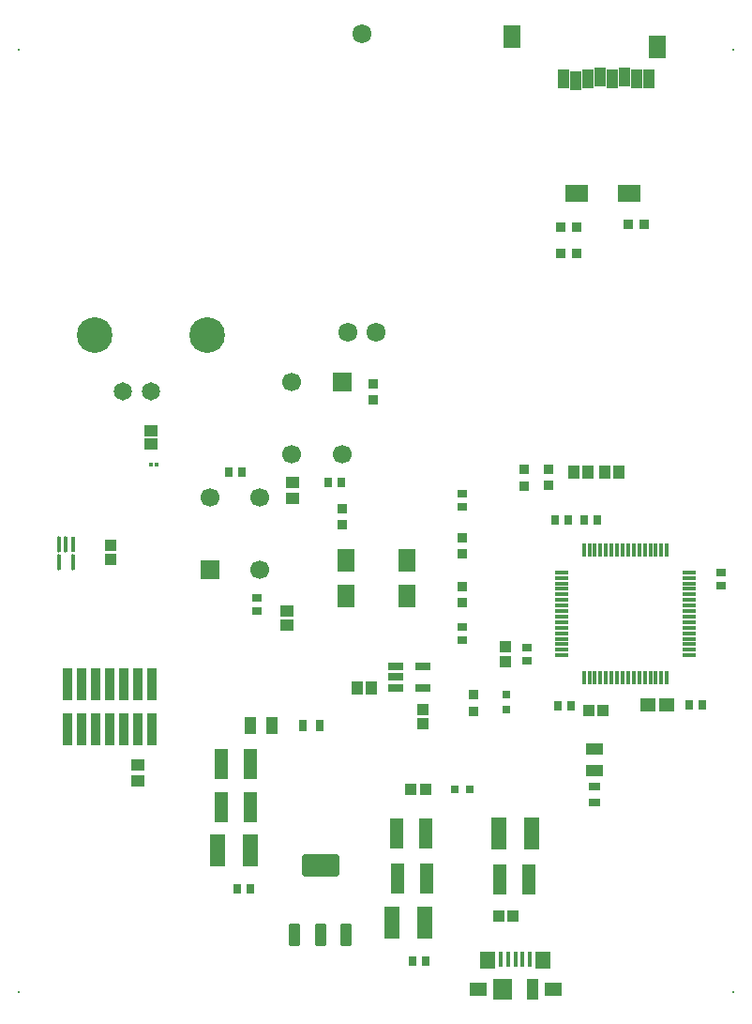
<source format=gts>
G04*
G04 #@! TF.GenerationSoftware,Altium Limited,Altium Designer,23.8.1 (32)*
G04*
G04 Layer_Color=8388736*
%FSLAX25Y25*%
%MOIN*%
G70*
G04*
G04 #@! TF.SameCoordinates,E8196DF9-6BE1-4897-A204-F033BB6E7C32*
G04*
G04*
G04 #@! TF.FilePolarity,Negative*
G04*
G01*
G75*
%ADD16R,0.01417X0.01260*%
%ADD21R,0.04724X0.01181*%
%ADD22R,0.01181X0.04724*%
%ADD23R,0.01181X0.04724*%
%ADD25R,0.03591X0.03772*%
%ADD27R,0.02953X0.03543*%
%ADD28R,0.03788X0.03681*%
%ADD29R,0.03772X0.03591*%
%ADD30R,0.03681X0.03788*%
%ADD31R,0.03543X0.02953*%
%ADD33R,0.04724X0.10630*%
%ADD36R,0.02953X0.03937*%
%ADD39R,0.01772X0.05433*%
%ADD40R,0.05610X0.06102*%
%ADD41R,0.03937X0.07480*%
%ADD42R,0.07087X0.07480*%
%ADD43R,0.06496X0.05118*%
%ADD45R,0.01480X0.05764*%
G04:AMPARAMS|DCode=46|XSize=57.64mil|YSize=14.8mil|CornerRadius=7.4mil|HoleSize=0mil|Usage=FLASHONLY|Rotation=270.000|XOffset=0mil|YOffset=0mil|HoleType=Round|Shape=RoundedRectangle|*
%AMROUNDEDRECTD46*
21,1,0.05764,0.00000,0,0,270.0*
21,1,0.04284,0.01480,0,0,270.0*
1,1,0.01480,0.00000,-0.02142*
1,1,0.01480,0.00000,0.02142*
1,1,0.01480,0.00000,0.02142*
1,1,0.01480,0.00000,-0.02142*
%
%ADD46ROUNDEDRECTD46*%
%ADD48R,0.02559X0.02756*%
%ADD51R,0.02756X0.02559*%
%ADD53R,0.03937X0.02953*%
%ADD54R,0.03701X0.11772*%
%ADD55R,0.04528X0.03937*%
%ADD56R,0.06299X0.08268*%
%ADD57R,0.07874X0.06299*%
%ADD58R,0.03937X0.06693*%
%ADD59R,0.04134X0.04331*%
%ADD60R,0.04921X0.04331*%
%ADD61R,0.03937X0.04528*%
%ADD62R,0.05669X0.11535*%
%ADD63R,0.04331X0.06299*%
G04:AMPARAMS|DCode=64|XSize=43.31mil|YSize=76.77mil|CornerRadius=5.89mil|HoleSize=0mil|Usage=FLASHONLY|Rotation=180.000|XOffset=0mil|YOffset=0mil|HoleType=Round|Shape=RoundedRectangle|*
%AMROUNDEDRECTD64*
21,1,0.04331,0.06500,0,0,180.0*
21,1,0.03154,0.07677,0,0,180.0*
1,1,0.01177,-0.01577,0.03250*
1,1,0.01177,0.01577,0.03250*
1,1,0.01177,0.01577,-0.03250*
1,1,0.01177,-0.01577,-0.03250*
%
%ADD64ROUNDEDRECTD64*%
G04:AMPARAMS|DCode=65|XSize=133.86mil|YSize=76.77mil|CornerRadius=6mil|HoleSize=0mil|Usage=FLASHONLY|Rotation=180.000|XOffset=0mil|YOffset=0mil|HoleType=Round|Shape=RoundedRectangle|*
%AMROUNDEDRECTD65*
21,1,0.13386,0.06476,0,0,180.0*
21,1,0.12185,0.07677,0,0,180.0*
1,1,0.01201,-0.06093,0.03238*
1,1,0.01201,0.06093,0.03238*
1,1,0.01201,0.06093,-0.03238*
1,1,0.01201,-0.06093,-0.03238*
%
%ADD65ROUNDEDRECTD65*%
%ADD66R,0.04331X0.04134*%
%ADD67R,0.05906X0.08268*%
%ADD68R,0.05709X0.05118*%
%ADD69R,0.05512X0.03150*%
%ADD70R,0.06299X0.04331*%
%ADD71C,0.00787*%
%ADD72C,0.06480*%
%ADD73C,0.12658*%
%ADD74C,0.06772*%
%ADD75C,0.06693*%
%ADD76R,0.06693X0.06693*%
D16*
X308898Y337402D02*
D03*
X306693D02*
D03*
D21*
X452756Y299213D02*
D03*
Y297244D02*
D03*
Y295276D02*
D03*
Y293307D02*
D03*
Y291339D02*
D03*
Y289370D02*
D03*
Y287402D02*
D03*
Y285433D02*
D03*
Y283465D02*
D03*
Y281496D02*
D03*
Y279528D02*
D03*
Y277559D02*
D03*
Y275591D02*
D03*
Y273622D02*
D03*
Y271654D02*
D03*
Y269685D02*
D03*
X498031D02*
D03*
Y271654D02*
D03*
Y273622D02*
D03*
Y275591D02*
D03*
Y277559D02*
D03*
Y279528D02*
D03*
Y281496D02*
D03*
Y283465D02*
D03*
Y285433D02*
D03*
Y287402D02*
D03*
Y289370D02*
D03*
Y291339D02*
D03*
Y293307D02*
D03*
Y295276D02*
D03*
Y297244D02*
D03*
Y299213D02*
D03*
D22*
X460630Y261811D02*
D03*
X462598D02*
D03*
X464567D02*
D03*
X466535D02*
D03*
X468504D02*
D03*
X470472D02*
D03*
X472441D02*
D03*
X474409D02*
D03*
X476378D02*
D03*
X478346D02*
D03*
X480315D02*
D03*
X482283D02*
D03*
X484252D02*
D03*
X486220D02*
D03*
X488189D02*
D03*
X490157D02*
D03*
Y307087D02*
D03*
X488189D02*
D03*
X486220D02*
D03*
X484252D02*
D03*
X482283D02*
D03*
X480315D02*
D03*
X478346D02*
D03*
X476378D02*
D03*
X472441D02*
D03*
X470472D02*
D03*
X468504D02*
D03*
X466535D02*
D03*
X464567D02*
D03*
X462598D02*
D03*
X460630D02*
D03*
D23*
X474409D02*
D03*
D25*
X448032Y329982D02*
D03*
Y335707D02*
D03*
X421260Y249894D02*
D03*
Y255618D02*
D03*
X417323Y305799D02*
D03*
Y311524D02*
D03*
X385638Y360425D02*
D03*
Y366150D02*
D03*
X417323Y288476D02*
D03*
Y294201D02*
D03*
X439567Y335646D02*
D03*
Y329921D02*
D03*
D27*
X369783Y331201D02*
D03*
X374508D02*
D03*
X450394Y317717D02*
D03*
X455118D02*
D03*
X337402Y186614D02*
D03*
X342126D02*
D03*
X399606Y161024D02*
D03*
X404331D02*
D03*
X456201Y251870D02*
D03*
X451476D02*
D03*
X502756Y251969D02*
D03*
X498032D02*
D03*
X334252Y334646D02*
D03*
X338976D02*
D03*
X465354Y317717D02*
D03*
X460630D02*
D03*
D28*
X374803Y321654D02*
D03*
Y316020D02*
D03*
D29*
X458181Y412299D02*
D03*
X452457D02*
D03*
X452445Y421850D02*
D03*
X458169D02*
D03*
D30*
X476552Y422835D02*
D03*
X482185D02*
D03*
D31*
X509449Y294488D02*
D03*
Y299213D02*
D03*
X440551Y267717D02*
D03*
Y272441D02*
D03*
X417323Y279921D02*
D03*
Y275197D02*
D03*
X344488Y290158D02*
D03*
Y285433D02*
D03*
X417323Y327165D02*
D03*
Y322441D02*
D03*
D33*
X404331Y206299D02*
D03*
X394094D02*
D03*
X331890Y215748D02*
D03*
X342126D02*
D03*
X342126Y231102D02*
D03*
X331890D02*
D03*
X440945Y190157D02*
D03*
X430709D02*
D03*
X394488Y190551D02*
D03*
X404724D02*
D03*
D36*
X366732Y244882D02*
D03*
X360827D02*
D03*
D39*
X441437Y161653D02*
D03*
X438878D02*
D03*
X436319D02*
D03*
X433760D02*
D03*
X431201D02*
D03*
D40*
X446112Y161319D02*
D03*
X426525D02*
D03*
D41*
X442421Y151181D02*
D03*
D42*
X431791D02*
D03*
D43*
X449606D02*
D03*
X423032D02*
D03*
D45*
X279134Y309213D02*
D03*
D46*
X276575D02*
D03*
X274016D02*
D03*
Y302756D02*
D03*
X279134D02*
D03*
D48*
X414764Y222047D02*
D03*
X420079D02*
D03*
D51*
X433071Y255906D02*
D03*
Y250591D02*
D03*
D53*
X464567Y223228D02*
D03*
Y217323D02*
D03*
D54*
X307244Y259331D02*
D03*
Y243307D02*
D03*
X302244Y259331D02*
D03*
Y243307D02*
D03*
X297244Y259331D02*
D03*
Y243307D02*
D03*
X292244Y259331D02*
D03*
Y243307D02*
D03*
X287244Y259331D02*
D03*
Y243307D02*
D03*
X282244Y259331D02*
D03*
Y243307D02*
D03*
X277244Y259331D02*
D03*
Y243307D02*
D03*
D55*
X306693Y349606D02*
D03*
Y344685D02*
D03*
X355118Y285433D02*
D03*
Y280315D02*
D03*
D56*
X486909Y485630D02*
D03*
X435138Y489567D02*
D03*
D57*
X458169Y433858D02*
D03*
X476673D02*
D03*
D58*
X483760Y474409D02*
D03*
X479429D02*
D03*
X475098Y475197D02*
D03*
X470768Y474409D02*
D03*
X466437Y475197D02*
D03*
X462106Y474409D02*
D03*
X457776Y473622D02*
D03*
X453445Y474409D02*
D03*
D59*
X462451Y250148D02*
D03*
X467569D02*
D03*
X399213Y222047D02*
D03*
X404331D02*
D03*
X430315Y177165D02*
D03*
X435433D02*
D03*
D60*
X357087Y331102D02*
D03*
Y325590D02*
D03*
X301969Y230709D02*
D03*
Y225197D02*
D03*
D61*
X473228Y334646D02*
D03*
X468110D02*
D03*
X380118Y258268D02*
D03*
X385236D02*
D03*
X462205Y334646D02*
D03*
X457087D02*
D03*
D62*
X404213Y174803D02*
D03*
X392520D02*
D03*
X330433Y200394D02*
D03*
X342126D02*
D03*
X442067Y206299D02*
D03*
X430374D02*
D03*
D63*
X349606Y244882D02*
D03*
X342126D02*
D03*
D64*
X357874Y170374D02*
D03*
X366929D02*
D03*
X375984D02*
D03*
D65*
X366929Y194980D02*
D03*
D66*
X292520Y308858D02*
D03*
Y303740D02*
D03*
X403543Y250590D02*
D03*
Y245473D02*
D03*
X432874Y267520D02*
D03*
Y272638D02*
D03*
D67*
X397638Y290945D02*
D03*
Y303543D02*
D03*
X375984Y290945D02*
D03*
Y303543D02*
D03*
D68*
X490158Y251969D02*
D03*
X483465D02*
D03*
D69*
X403543Y265748D02*
D03*
Y258268D02*
D03*
X393701D02*
D03*
Y262008D02*
D03*
Y265748D02*
D03*
D70*
X464567Y228937D02*
D03*
Y236417D02*
D03*
D71*
X513779Y150000D02*
D03*
X259842D02*
D03*
Y484646D02*
D03*
X513779D02*
D03*
D72*
X296772Y363465D02*
D03*
X306772D02*
D03*
D73*
X326772Y383465D02*
D03*
X286772D02*
D03*
D74*
X376890Y384409D02*
D03*
X381890Y490394D02*
D03*
X386890Y384409D02*
D03*
D75*
X327756Y325787D02*
D03*
X345472D02*
D03*
Y300197D02*
D03*
X356890Y366732D02*
D03*
Y341142D02*
D03*
X374606D02*
D03*
D76*
X327756Y300197D02*
D03*
X374606Y366732D02*
D03*
M02*

</source>
